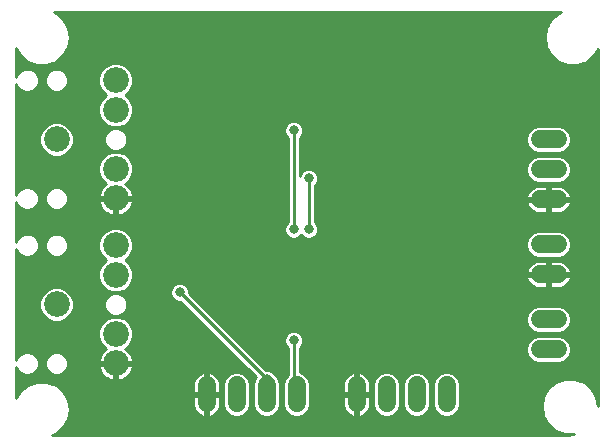
<source format=gbl>
G75*
G70*
%OFA0B0*%
%FSLAX24Y24*%
%IPPOS*%
%LPD*%
%AMOC8*
5,1,8,0,0,1.08239X$1,22.5*
%
%ADD10C,0.0600*%
%ADD11C,0.0860*%
%ADD12C,0.0320*%
%ADD13C,0.0100*%
D10*
X007699Y001811D02*
X007699Y002411D01*
X008699Y002411D02*
X008699Y001811D01*
X009699Y001811D02*
X009699Y002411D01*
X010699Y002411D02*
X010699Y001811D01*
X012699Y001811D02*
X012699Y002411D01*
X013699Y002411D02*
X013699Y001811D01*
X014699Y001811D02*
X014699Y002411D01*
X015699Y002411D02*
X015699Y001811D01*
X018799Y003611D02*
X019399Y003611D01*
X019399Y004611D02*
X018799Y004611D01*
X018799Y006111D02*
X019399Y006111D01*
X019399Y007111D02*
X018799Y007111D01*
X018799Y008611D02*
X019399Y008611D01*
X019399Y009611D02*
X018799Y009611D01*
X018799Y010611D02*
X019399Y010611D01*
D11*
X004668Y011595D03*
X004668Y012579D03*
X002699Y010611D03*
X004668Y009626D03*
X004668Y008642D03*
X004668Y007079D03*
X004668Y006095D03*
X002699Y005111D03*
X004668Y004126D03*
X004668Y003142D03*
D12*
X006999Y004111D03*
X006799Y005511D03*
X009399Y007111D03*
X010599Y007611D03*
X011099Y007611D03*
X012199Y006311D03*
X014799Y004811D03*
X010599Y003911D03*
X009699Y002611D03*
X007699Y009211D03*
X010599Y010911D03*
X011899Y010011D03*
X011099Y009311D03*
X009199Y012811D03*
D13*
X002666Y000802D02*
X002554Y000761D01*
X019731Y000761D01*
X019888Y000773D01*
X019942Y000791D01*
X019720Y000791D01*
X019637Y000791D01*
X019332Y000902D01*
X019332Y000902D01*
X019083Y001110D01*
X019083Y001110D01*
X018921Y001391D01*
X018921Y001391D01*
X018865Y001711D01*
X018921Y002030D01*
X018921Y002030D01*
X019083Y002311D01*
X019332Y002520D01*
X019332Y002520D01*
X019637Y002631D01*
X019961Y002631D01*
X020266Y002520D01*
X020266Y002520D01*
X020515Y002311D01*
X020515Y002311D01*
X020677Y002030D01*
X020677Y002030D01*
X020731Y001724D01*
X020734Y001764D01*
X020734Y013617D01*
X020615Y013410D01*
X020615Y013410D01*
X020615Y013410D01*
X020366Y013202D01*
X020366Y013202D01*
X020061Y013091D01*
X019737Y013091D01*
X019432Y013202D01*
X019432Y013202D01*
X019183Y013410D01*
X019183Y013410D01*
X019021Y013691D01*
X019021Y013691D01*
X018965Y014011D01*
X018965Y014011D01*
X019021Y014330D01*
X019021Y014330D01*
X019183Y014611D01*
X019183Y014611D01*
X019183Y014611D01*
X019432Y014820D01*
X019432Y014820D01*
X019503Y014846D01*
X002595Y014846D01*
X002666Y014820D01*
X002666Y014820D01*
X002915Y014611D01*
X002915Y014611D01*
X003077Y014330D01*
X003133Y014011D01*
X003077Y013691D01*
X002915Y013410D01*
X002915Y013410D01*
X002915Y013410D01*
X002666Y013202D01*
X002666Y013202D01*
X002361Y013091D01*
X002037Y013091D01*
X001732Y013202D01*
X001732Y013202D01*
X001483Y013410D01*
X001483Y013410D01*
X001349Y013643D01*
X001349Y012705D01*
X001387Y012798D01*
X001496Y012907D01*
X001638Y012965D01*
X001792Y012965D01*
X001934Y012907D01*
X002042Y012798D01*
X002101Y012656D01*
X002101Y012502D01*
X002042Y012360D01*
X001934Y012252D01*
X001792Y012193D01*
X001638Y012193D01*
X001496Y012252D01*
X001387Y012360D01*
X001349Y012453D01*
X001349Y008768D01*
X001387Y008861D01*
X001496Y008970D01*
X001638Y009028D01*
X001792Y009028D01*
X001934Y008970D01*
X002042Y008861D01*
X002101Y008719D01*
X002101Y008565D01*
X002042Y008423D01*
X001934Y008315D01*
X001792Y008256D01*
X001638Y008256D01*
X001496Y008315D01*
X001387Y008423D01*
X001349Y008516D01*
X001349Y007205D01*
X001387Y007298D01*
X001496Y007407D01*
X001638Y007465D01*
X001792Y007465D01*
X001934Y007407D01*
X002042Y007298D01*
X002101Y007156D01*
X002101Y007002D01*
X002042Y006860D01*
X001934Y006752D01*
X001792Y006693D01*
X001638Y006693D01*
X001496Y006752D01*
X001387Y006860D01*
X001349Y006953D01*
X001349Y003268D01*
X001387Y003361D01*
X001496Y003470D01*
X001638Y003528D01*
X001792Y003528D01*
X001934Y003470D01*
X002042Y003361D01*
X002101Y003219D01*
X002101Y003065D01*
X002042Y002923D01*
X001934Y002815D01*
X001792Y002756D01*
X001638Y002756D01*
X001496Y002815D01*
X001387Y002923D01*
X001349Y003016D01*
X001349Y001978D01*
X001483Y002211D01*
X001483Y002211D01*
X001483Y002211D01*
X001732Y002420D01*
X001732Y002420D01*
X002037Y002531D01*
X002361Y002531D01*
X002666Y002420D01*
X002666Y002420D01*
X002915Y002211D01*
X002915Y002211D01*
X003077Y001930D01*
X003077Y001930D01*
X003133Y001611D01*
X003133Y001611D01*
X003077Y001291D01*
X003077Y001291D01*
X002915Y001010D01*
X002915Y001010D01*
X002915Y001010D01*
X002666Y000802D01*
X002666Y000802D01*
X002673Y000808D02*
X019590Y000808D01*
X019327Y000906D02*
X002791Y000906D01*
X002908Y001005D02*
X019209Y001005D01*
X019092Y001103D02*
X002968Y001103D01*
X003025Y001202D02*
X019031Y001202D01*
X018974Y001300D02*
X003078Y001300D01*
X003096Y001399D02*
X007516Y001399D01*
X007526Y001394D02*
X007594Y001372D01*
X007649Y001363D01*
X007649Y002061D01*
X007249Y002061D01*
X007249Y001775D01*
X007260Y001705D01*
X007282Y001638D01*
X007314Y001575D01*
X007356Y001517D01*
X007406Y001467D01*
X007463Y001426D01*
X007526Y001394D01*
X007649Y001399D02*
X007749Y001399D01*
X007749Y001363D02*
X007804Y001372D01*
X007872Y001394D01*
X007935Y001426D01*
X007992Y001467D01*
X008042Y001517D01*
X008084Y001575D01*
X008116Y001638D01*
X008138Y001705D01*
X008149Y001775D01*
X008149Y002061D01*
X007749Y002061D01*
X007749Y002161D01*
X007649Y002161D01*
X007649Y002858D01*
X007594Y002850D01*
X007526Y002828D01*
X007463Y002795D01*
X007406Y002754D01*
X007356Y002704D01*
X007314Y002646D01*
X007282Y002583D01*
X007260Y002516D01*
X007249Y002446D01*
X007249Y002161D01*
X007649Y002161D01*
X007649Y002061D01*
X007749Y002061D01*
X007749Y001363D01*
X007749Y001497D02*
X007649Y001497D01*
X007649Y001596D02*
X007749Y001596D01*
X007749Y001694D02*
X007649Y001694D01*
X007649Y001793D02*
X007749Y001793D01*
X007749Y001891D02*
X007649Y001891D01*
X007649Y001990D02*
X007749Y001990D01*
X007749Y002088D02*
X008249Y002088D01*
X008249Y001990D02*
X008149Y001990D01*
X008149Y001891D02*
X008249Y001891D01*
X008249Y001793D02*
X008149Y001793D01*
X008134Y001694D02*
X008260Y001694D01*
X008249Y001721D02*
X008318Y001556D01*
X008444Y001429D01*
X008610Y001361D01*
X008789Y001361D01*
X008954Y001429D01*
X009081Y001556D01*
X009149Y001721D01*
X009149Y002500D01*
X009081Y002665D01*
X008954Y002792D01*
X008789Y002861D01*
X008610Y002861D01*
X008444Y002792D01*
X008318Y002665D01*
X008249Y002500D01*
X008249Y001721D01*
X008301Y001596D02*
X008095Y001596D01*
X008022Y001497D02*
X008376Y001497D01*
X008518Y001399D02*
X007882Y001399D01*
X007376Y001497D02*
X003113Y001497D01*
X003131Y001596D02*
X007304Y001596D01*
X007264Y001694D02*
X003119Y001694D01*
X003101Y001793D02*
X007249Y001793D01*
X007249Y001891D02*
X003084Y001891D01*
X003043Y001990D02*
X007249Y001990D01*
X007249Y002187D02*
X002929Y002187D01*
X002986Y002088D02*
X007649Y002088D01*
X007649Y002187D02*
X007749Y002187D01*
X007749Y002161D02*
X007749Y002858D01*
X007804Y002850D01*
X007872Y002828D01*
X007935Y002795D01*
X007992Y002754D01*
X008042Y002704D01*
X008084Y002646D01*
X008116Y002583D01*
X008138Y002516D01*
X008149Y002446D01*
X008149Y002161D01*
X007749Y002161D01*
X007749Y002285D02*
X007649Y002285D01*
X007649Y002384D02*
X007749Y002384D01*
X007749Y002482D02*
X007649Y002482D01*
X007649Y002581D02*
X007749Y002581D01*
X007749Y002679D02*
X007649Y002679D01*
X007649Y002778D02*
X007749Y002778D01*
X007959Y002778D02*
X008430Y002778D01*
X008331Y002679D02*
X008060Y002679D01*
X008117Y002581D02*
X008282Y002581D01*
X008249Y002482D02*
X008143Y002482D01*
X008149Y002384D02*
X008249Y002384D01*
X008249Y002285D02*
X008149Y002285D01*
X008149Y002187D02*
X008249Y002187D01*
X009149Y002187D02*
X009249Y002187D01*
X009249Y002285D02*
X009149Y002285D01*
X009149Y002384D02*
X009249Y002384D01*
X009249Y002482D02*
X009149Y002482D01*
X009249Y002500D02*
X009318Y002665D01*
X009339Y002687D01*
X006826Y005201D01*
X006737Y005201D01*
X006623Y005248D01*
X006536Y005335D01*
X006489Y005449D01*
X006489Y005572D01*
X006536Y005686D01*
X006623Y005773D01*
X006737Y005821D01*
X006861Y005821D01*
X006975Y005773D01*
X007062Y005686D01*
X007109Y005572D01*
X007109Y005483D01*
X009672Y002921D01*
X009761Y002921D01*
X009875Y002873D01*
X009962Y002786D01*
X009963Y002783D01*
X010081Y002665D01*
X010149Y002500D01*
X010149Y001721D01*
X010081Y001556D01*
X009954Y001429D01*
X009789Y001361D01*
X009610Y001361D01*
X009444Y001429D01*
X009318Y001556D01*
X009249Y001721D01*
X009249Y002500D01*
X009282Y002581D02*
X009116Y002581D01*
X009067Y002679D02*
X009331Y002679D01*
X009249Y002778D02*
X008968Y002778D01*
X009151Y002876D02*
X005183Y002876D01*
X005164Y002838D02*
X005205Y002919D01*
X005233Y003006D01*
X005247Y003092D01*
X004718Y003092D01*
X004718Y003192D01*
X005247Y003192D01*
X005233Y003278D01*
X005205Y003365D01*
X005164Y003446D01*
X005110Y003520D01*
X005045Y003584D01*
X004984Y003629D01*
X004996Y003635D01*
X005159Y003798D01*
X005248Y004011D01*
X005248Y004242D01*
X005159Y004455D01*
X004996Y004618D01*
X004783Y004706D01*
X004552Y004706D01*
X004339Y004618D01*
X004176Y004455D01*
X004088Y004242D01*
X004088Y004011D01*
X004176Y003798D01*
X004339Y003635D01*
X004352Y003629D01*
X004290Y003584D01*
X004225Y003520D01*
X004171Y003446D01*
X004130Y003365D01*
X004102Y003278D01*
X004088Y003192D01*
X004618Y003192D01*
X004618Y003092D01*
X004718Y003092D01*
X004718Y002563D01*
X004803Y002576D01*
X004890Y002605D01*
X004972Y002646D01*
X005045Y002700D01*
X005110Y002764D01*
X005164Y002838D01*
X005120Y002778D02*
X007439Y002778D01*
X007338Y002679D02*
X005017Y002679D01*
X004816Y002581D02*
X007281Y002581D01*
X007255Y002482D02*
X002495Y002482D01*
X002709Y002384D02*
X007249Y002384D01*
X007249Y002285D02*
X002826Y002285D01*
X002776Y002756D02*
X002622Y002756D01*
X002480Y002815D01*
X002372Y002923D01*
X002313Y003065D01*
X002313Y003219D01*
X002372Y003361D01*
X002480Y003470D01*
X002622Y003528D01*
X002776Y003528D01*
X002918Y003470D01*
X003026Y003361D01*
X003085Y003219D01*
X003085Y003065D01*
X003026Y002923D01*
X002918Y002815D01*
X002776Y002756D01*
X002828Y002778D02*
X004215Y002778D01*
X004225Y002764D02*
X004290Y002700D01*
X004364Y002646D01*
X004445Y002605D01*
X004532Y002576D01*
X004618Y002563D01*
X004618Y003092D01*
X004088Y003092D01*
X004102Y003006D01*
X004130Y002919D01*
X004171Y002838D01*
X004225Y002764D01*
X004318Y002679D02*
X001349Y002679D01*
X001349Y002581D02*
X004519Y002581D01*
X004618Y002581D02*
X004718Y002581D01*
X004718Y002679D02*
X004618Y002679D01*
X004618Y002778D02*
X004718Y002778D01*
X004718Y002876D02*
X004618Y002876D01*
X004618Y002975D02*
X004718Y002975D01*
X004718Y003073D02*
X004618Y003073D01*
X004618Y003172D02*
X003085Y003172D01*
X003085Y003073D02*
X004091Y003073D01*
X004112Y002975D02*
X003048Y002975D01*
X002979Y002876D02*
X004152Y002876D01*
X004101Y003270D02*
X003064Y003270D01*
X003019Y003369D02*
X004132Y003369D01*
X004187Y003467D02*
X002920Y003467D01*
X002478Y003467D02*
X001936Y003467D01*
X002034Y003369D02*
X002379Y003369D01*
X002334Y003270D02*
X002080Y003270D01*
X002101Y003172D02*
X002313Y003172D01*
X002313Y003073D02*
X002101Y003073D01*
X002063Y002975D02*
X002350Y002975D01*
X002419Y002876D02*
X001995Y002876D01*
X001844Y002778D02*
X002570Y002778D01*
X001904Y002482D02*
X001349Y002482D01*
X001349Y002384D02*
X001689Y002384D01*
X001572Y002285D02*
X001349Y002285D01*
X001349Y002187D02*
X001469Y002187D01*
X001412Y002088D02*
X001349Y002088D01*
X001349Y001990D02*
X001356Y001990D01*
X001349Y002778D02*
X001586Y002778D01*
X001435Y002876D02*
X001349Y002876D01*
X001349Y002975D02*
X001366Y002975D01*
X001349Y003270D02*
X001350Y003270D01*
X001349Y003369D02*
X001395Y003369D01*
X001349Y003467D02*
X001494Y003467D01*
X001349Y003566D02*
X004271Y003566D01*
X004310Y003664D02*
X001349Y003664D01*
X001349Y003763D02*
X004211Y003763D01*
X004150Y003861D02*
X001349Y003861D01*
X001349Y003960D02*
X004109Y003960D01*
X004088Y004058D02*
X001349Y004058D01*
X001349Y004157D02*
X004088Y004157D01*
X004093Y004255D02*
X001349Y004255D01*
X001349Y004354D02*
X004134Y004354D01*
X004175Y004452D02*
X001349Y004452D01*
X001349Y004551D02*
X002535Y004551D01*
X002584Y004531D02*
X002371Y004619D01*
X002207Y004782D01*
X002119Y004995D01*
X002119Y005226D01*
X002207Y005439D01*
X002371Y005602D01*
X002584Y005691D01*
X002814Y005691D01*
X003028Y005602D01*
X003191Y005439D01*
X003279Y005226D01*
X003279Y004995D01*
X003191Y004782D01*
X003028Y004619D01*
X002814Y004531D01*
X002584Y004531D01*
X002863Y004551D02*
X004272Y004551D01*
X004414Y004649D02*
X003058Y004649D01*
X003156Y004748D02*
X004535Y004748D01*
X004591Y004724D02*
X004744Y004724D01*
X004886Y004783D01*
X004995Y004892D01*
X005054Y005034D01*
X005054Y005187D01*
X004995Y005329D01*
X004886Y005438D01*
X004744Y005497D01*
X004591Y005497D01*
X004449Y005438D01*
X004340Y005329D01*
X004281Y005187D01*
X004281Y005034D01*
X004340Y004892D01*
X004449Y004783D01*
X004591Y004724D01*
X004800Y004748D02*
X007279Y004748D01*
X007181Y004846D02*
X004949Y004846D01*
X005017Y004945D02*
X007082Y004945D01*
X006984Y005043D02*
X005054Y005043D01*
X005054Y005142D02*
X006885Y005142D01*
X006642Y005240D02*
X005032Y005240D01*
X004986Y005339D02*
X006535Y005339D01*
X006494Y005437D02*
X004887Y005437D01*
X004833Y005536D02*
X006489Y005536D01*
X006515Y005634D02*
X005027Y005634D01*
X004996Y005603D02*
X005159Y005766D01*
X005248Y005979D01*
X005248Y006210D01*
X005159Y006423D01*
X004996Y006587D01*
X005159Y006751D01*
X005248Y006964D01*
X005248Y007194D01*
X005159Y007408D01*
X004996Y007571D01*
X004783Y007659D01*
X004552Y007659D01*
X004339Y007571D01*
X004176Y007408D01*
X004088Y007194D01*
X004088Y006964D01*
X004176Y006751D01*
X004339Y006587D01*
X004340Y006587D01*
X004339Y006587D01*
X004176Y006423D01*
X004088Y006210D01*
X004088Y005979D01*
X004176Y005766D01*
X004339Y005603D01*
X004552Y005515D01*
X004783Y005515D01*
X004996Y005603D01*
X005126Y005733D02*
X006583Y005733D01*
X006799Y005511D02*
X009699Y002611D01*
X009868Y002876D02*
X010399Y002876D01*
X010399Y002778D02*
X009968Y002778D01*
X010067Y002679D02*
X010331Y002679D01*
X010318Y002665D02*
X010249Y002500D01*
X010249Y001721D01*
X010318Y001556D01*
X010444Y001429D01*
X010610Y001361D01*
X010789Y001361D01*
X010954Y001429D01*
X011081Y001556D01*
X011149Y001721D01*
X011149Y002500D01*
X011081Y002665D01*
X010954Y002792D01*
X010799Y002856D01*
X010799Y003672D01*
X010862Y003735D01*
X010909Y003849D01*
X010909Y003972D01*
X010862Y004086D01*
X010775Y004173D01*
X010661Y004221D01*
X010537Y004221D01*
X010423Y004173D01*
X010336Y004086D01*
X010289Y003972D01*
X010289Y003849D01*
X010336Y003735D01*
X010399Y003672D01*
X010399Y002747D01*
X010318Y002665D01*
X010282Y002581D02*
X010116Y002581D01*
X010149Y002482D02*
X010249Y002482D01*
X010249Y002384D02*
X010149Y002384D01*
X010149Y002285D02*
X010249Y002285D01*
X010249Y002187D02*
X010149Y002187D01*
X010149Y002088D02*
X010249Y002088D01*
X010249Y001990D02*
X010149Y001990D01*
X010149Y001891D02*
X010249Y001891D01*
X010249Y001793D02*
X010149Y001793D01*
X010138Y001694D02*
X010260Y001694D01*
X010301Y001596D02*
X010097Y001596D01*
X010022Y001497D02*
X010376Y001497D01*
X010518Y001399D02*
X009880Y001399D01*
X009518Y001399D02*
X008880Y001399D01*
X009022Y001497D02*
X009376Y001497D01*
X009301Y001596D02*
X009097Y001596D01*
X009138Y001694D02*
X009260Y001694D01*
X009249Y001793D02*
X009149Y001793D01*
X009149Y001891D02*
X009249Y001891D01*
X009249Y001990D02*
X009149Y001990D01*
X009149Y002088D02*
X009249Y002088D01*
X009052Y002975D02*
X005223Y002975D01*
X005244Y003073D02*
X008954Y003073D01*
X008855Y003172D02*
X004718Y003172D01*
X005148Y003467D02*
X008560Y003467D01*
X008658Y003369D02*
X005203Y003369D01*
X005235Y003270D02*
X008757Y003270D01*
X009125Y003467D02*
X010399Y003467D01*
X010399Y003369D02*
X009224Y003369D01*
X009322Y003270D02*
X010399Y003270D01*
X010399Y003172D02*
X009421Y003172D01*
X009519Y003073D02*
X010399Y003073D01*
X010399Y002975D02*
X009618Y002975D01*
X009027Y003566D02*
X010399Y003566D01*
X010399Y003664D02*
X008928Y003664D01*
X008830Y003763D02*
X010325Y003763D01*
X010289Y003861D02*
X008731Y003861D01*
X008633Y003960D02*
X010289Y003960D01*
X010325Y004058D02*
X008534Y004058D01*
X008436Y004157D02*
X010407Y004157D01*
X010599Y003911D02*
X010599Y002211D01*
X010699Y002111D01*
X011149Y002088D02*
X012649Y002088D01*
X012649Y002061D02*
X012249Y002061D01*
X012249Y001775D01*
X012260Y001705D01*
X012282Y001638D01*
X012314Y001575D01*
X012356Y001517D01*
X012406Y001467D01*
X012463Y001426D01*
X012526Y001394D01*
X012594Y001372D01*
X012649Y001363D01*
X012649Y002061D01*
X012649Y002161D01*
X012649Y002858D01*
X012594Y002850D01*
X012526Y002828D01*
X012463Y002795D01*
X012406Y002754D01*
X012356Y002704D01*
X012314Y002646D01*
X012282Y002583D01*
X012260Y002516D01*
X012249Y002446D01*
X012249Y002161D01*
X012649Y002161D01*
X012749Y002161D01*
X012749Y002858D01*
X012804Y002850D01*
X012872Y002828D01*
X012935Y002795D01*
X012992Y002754D01*
X013042Y002704D01*
X013084Y002646D01*
X013116Y002583D01*
X013138Y002516D01*
X013149Y002446D01*
X013149Y002161D01*
X012749Y002161D01*
X012749Y002061D01*
X013149Y002061D01*
X013149Y001775D01*
X013138Y001705D01*
X013116Y001638D01*
X013084Y001575D01*
X013042Y001517D01*
X012992Y001467D01*
X012935Y001426D01*
X012872Y001394D01*
X012804Y001372D01*
X012749Y001363D01*
X012749Y002061D01*
X012649Y002061D01*
X012649Y001990D02*
X012749Y001990D01*
X012749Y002088D02*
X013249Y002088D01*
X013249Y001990D02*
X013149Y001990D01*
X013149Y001891D02*
X013249Y001891D01*
X013249Y001793D02*
X013149Y001793D01*
X013134Y001694D02*
X013260Y001694D01*
X013249Y001721D02*
X013318Y001556D01*
X013444Y001429D01*
X013610Y001361D01*
X013789Y001361D01*
X013954Y001429D01*
X014081Y001556D01*
X014149Y001721D01*
X014149Y002500D01*
X014081Y002665D01*
X013954Y002792D01*
X013789Y002861D01*
X013610Y002861D01*
X013444Y002792D01*
X013318Y002665D01*
X013249Y002500D01*
X013249Y001721D01*
X013301Y001596D02*
X013095Y001596D01*
X013022Y001497D02*
X013376Y001497D01*
X013518Y001399D02*
X012882Y001399D01*
X012749Y001399D02*
X012649Y001399D01*
X012649Y001497D02*
X012749Y001497D01*
X012749Y001596D02*
X012649Y001596D01*
X012649Y001694D02*
X012749Y001694D01*
X012749Y001793D02*
X012649Y001793D01*
X012649Y001891D02*
X012749Y001891D01*
X012749Y002187D02*
X012649Y002187D01*
X012649Y002285D02*
X012749Y002285D01*
X012749Y002384D02*
X012649Y002384D01*
X012649Y002482D02*
X012749Y002482D01*
X012749Y002581D02*
X012649Y002581D01*
X012649Y002679D02*
X012749Y002679D01*
X012749Y002778D02*
X012649Y002778D01*
X012439Y002778D02*
X010968Y002778D01*
X011067Y002679D02*
X012338Y002679D01*
X012281Y002581D02*
X011116Y002581D01*
X011149Y002482D02*
X012255Y002482D01*
X012249Y002384D02*
X011149Y002384D01*
X011149Y002285D02*
X012249Y002285D01*
X012249Y002187D02*
X011149Y002187D01*
X011149Y001990D02*
X012249Y001990D01*
X012249Y001891D02*
X011149Y001891D01*
X011149Y001793D02*
X012249Y001793D01*
X012264Y001694D02*
X011138Y001694D01*
X011097Y001596D02*
X012304Y001596D01*
X012376Y001497D02*
X011022Y001497D01*
X010880Y001399D02*
X012516Y001399D01*
X013149Y002187D02*
X013249Y002187D01*
X013249Y002285D02*
X013149Y002285D01*
X013149Y002384D02*
X013249Y002384D01*
X013249Y002482D02*
X013143Y002482D01*
X013117Y002581D02*
X013282Y002581D01*
X013331Y002679D02*
X013060Y002679D01*
X012959Y002778D02*
X013430Y002778D01*
X013968Y002778D02*
X014430Y002778D01*
X014444Y002792D02*
X014318Y002665D01*
X014249Y002500D01*
X014249Y001721D01*
X014318Y001556D01*
X014444Y001429D01*
X014610Y001361D01*
X014789Y001361D01*
X014954Y001429D01*
X015081Y001556D01*
X015149Y001721D01*
X015149Y002500D01*
X015081Y002665D01*
X014954Y002792D01*
X014789Y002861D01*
X014610Y002861D01*
X014444Y002792D01*
X014331Y002679D02*
X014067Y002679D01*
X014116Y002581D02*
X014282Y002581D01*
X014249Y002482D02*
X014149Y002482D01*
X014149Y002384D02*
X014249Y002384D01*
X014249Y002285D02*
X014149Y002285D01*
X014149Y002187D02*
X014249Y002187D01*
X014249Y002088D02*
X014149Y002088D01*
X014149Y001990D02*
X014249Y001990D01*
X014249Y001891D02*
X014149Y001891D01*
X014149Y001793D02*
X014249Y001793D01*
X014260Y001694D02*
X014138Y001694D01*
X014097Y001596D02*
X014301Y001596D01*
X014376Y001497D02*
X014022Y001497D01*
X013880Y001399D02*
X014518Y001399D01*
X014880Y001399D02*
X015518Y001399D01*
X015444Y001429D02*
X015610Y001361D01*
X015789Y001361D01*
X015954Y001429D01*
X016081Y001556D01*
X016149Y001721D01*
X016149Y002500D01*
X016081Y002665D01*
X015954Y002792D01*
X015789Y002861D01*
X015610Y002861D01*
X015444Y002792D01*
X015318Y002665D01*
X015249Y002500D01*
X015249Y001721D01*
X015318Y001556D01*
X015444Y001429D01*
X015376Y001497D02*
X015022Y001497D01*
X015097Y001596D02*
X015301Y001596D01*
X015260Y001694D02*
X015138Y001694D01*
X015149Y001793D02*
X015249Y001793D01*
X015249Y001891D02*
X015149Y001891D01*
X015149Y001990D02*
X015249Y001990D01*
X015249Y002088D02*
X015149Y002088D01*
X015149Y002187D02*
X015249Y002187D01*
X015249Y002285D02*
X015149Y002285D01*
X015149Y002384D02*
X015249Y002384D01*
X015249Y002482D02*
X015149Y002482D01*
X015116Y002581D02*
X015282Y002581D01*
X015331Y002679D02*
X015067Y002679D01*
X014968Y002778D02*
X015430Y002778D01*
X015968Y002778D02*
X020734Y002778D01*
X020734Y002876D02*
X010799Y002876D01*
X010799Y002975D02*
X020734Y002975D01*
X020734Y003073D02*
X010799Y003073D01*
X010799Y003172D02*
X018683Y003172D01*
X018710Y003161D02*
X018544Y003229D01*
X018418Y003356D01*
X018349Y003521D01*
X018349Y003700D01*
X018418Y003865D01*
X018544Y003992D01*
X018710Y004061D01*
X019489Y004061D01*
X019654Y003992D01*
X019781Y003865D01*
X019849Y003700D01*
X019849Y003521D01*
X019781Y003356D01*
X019654Y003229D01*
X019489Y003161D01*
X018710Y003161D01*
X018503Y003270D02*
X010799Y003270D01*
X010799Y003369D02*
X018412Y003369D01*
X018371Y003467D02*
X010799Y003467D01*
X010799Y003566D02*
X018349Y003566D01*
X018349Y003664D02*
X010799Y003664D01*
X010873Y003763D02*
X018375Y003763D01*
X018416Y003861D02*
X010909Y003861D01*
X010909Y003960D02*
X018512Y003960D01*
X018704Y004058D02*
X010873Y004058D01*
X010791Y004157D02*
X020734Y004157D01*
X020734Y004255D02*
X019680Y004255D01*
X019654Y004229D02*
X019781Y004356D01*
X019849Y004521D01*
X019849Y004700D01*
X019781Y004865D01*
X019654Y004992D01*
X019489Y005061D01*
X018710Y005061D01*
X018544Y004992D01*
X018418Y004865D01*
X018349Y004700D01*
X018349Y004521D01*
X018418Y004356D01*
X018544Y004229D01*
X018710Y004161D01*
X019489Y004161D01*
X019654Y004229D01*
X019778Y004354D02*
X020734Y004354D01*
X020734Y004452D02*
X019820Y004452D01*
X019849Y004551D02*
X020734Y004551D01*
X020734Y004649D02*
X019849Y004649D01*
X019829Y004748D02*
X020734Y004748D01*
X020734Y004846D02*
X019789Y004846D01*
X019701Y004945D02*
X020734Y004945D01*
X020734Y005043D02*
X019531Y005043D01*
X019434Y005661D02*
X019149Y005661D01*
X019149Y006061D01*
X019149Y006161D01*
X019049Y006161D01*
X019049Y006561D01*
X018764Y006561D01*
X018694Y006550D01*
X018626Y006528D01*
X018563Y006495D01*
X018506Y006454D01*
X018456Y006404D01*
X018414Y006346D01*
X018382Y006283D01*
X018360Y006216D01*
X018351Y006161D01*
X019049Y006161D01*
X019049Y006061D01*
X018351Y006061D01*
X018360Y006005D01*
X018382Y005938D01*
X018414Y005875D01*
X018456Y005817D01*
X018506Y005767D01*
X018563Y005726D01*
X018626Y005694D01*
X018694Y005672D01*
X018764Y005661D01*
X019049Y005661D01*
X019049Y006061D01*
X019149Y006061D01*
X019847Y006061D01*
X019838Y006005D01*
X019816Y005938D01*
X019784Y005875D01*
X019742Y005817D01*
X019692Y005767D01*
X019635Y005726D01*
X019572Y005694D01*
X019504Y005672D01*
X019434Y005661D01*
X019644Y005733D02*
X020734Y005733D01*
X020734Y005831D02*
X019752Y005831D01*
X019812Y005930D02*
X020734Y005930D01*
X020734Y006028D02*
X019842Y006028D01*
X019847Y006161D02*
X019838Y006216D01*
X019816Y006283D01*
X019784Y006346D01*
X019742Y006404D01*
X019692Y006454D01*
X019635Y006495D01*
X019572Y006528D01*
X019504Y006550D01*
X019434Y006561D01*
X019149Y006561D01*
X019149Y006161D01*
X019847Y006161D01*
X019835Y006225D02*
X020734Y006225D01*
X020734Y006127D02*
X019149Y006127D01*
X019149Y006225D02*
X019049Y006225D01*
X019049Y006127D02*
X005248Y006127D01*
X005241Y006225D02*
X018363Y006225D01*
X018403Y006324D02*
X005201Y006324D01*
X005160Y006422D02*
X018474Y006422D01*
X018613Y006521D02*
X005062Y006521D01*
X004996Y006587D02*
X004995Y006587D01*
X004996Y006587D01*
X005028Y006619D02*
X020734Y006619D01*
X020734Y006521D02*
X019586Y006521D01*
X019724Y006422D02*
X020734Y006422D01*
X020734Y006324D02*
X019796Y006324D01*
X019654Y006729D02*
X019489Y006661D01*
X018710Y006661D01*
X018544Y006729D01*
X018418Y006856D01*
X018349Y007021D01*
X018349Y007200D01*
X018418Y007365D01*
X018544Y007492D01*
X018710Y007561D01*
X019489Y007561D01*
X019654Y007492D01*
X019781Y007365D01*
X019849Y007200D01*
X019849Y007021D01*
X019781Y006856D01*
X019654Y006729D01*
X019626Y006718D02*
X020734Y006718D01*
X020734Y006816D02*
X019741Y006816D01*
X019805Y006915D02*
X020734Y006915D01*
X020734Y007013D02*
X019846Y007013D01*
X019849Y007112D02*
X020734Y007112D01*
X020734Y007210D02*
X019845Y007210D01*
X019804Y007309D02*
X020734Y007309D01*
X020734Y007407D02*
X019739Y007407D01*
X019621Y007506D02*
X020734Y007506D01*
X020734Y007604D02*
X011409Y007604D01*
X011409Y007549D02*
X011409Y007672D01*
X011362Y007786D01*
X011299Y007849D01*
X011299Y009072D01*
X011362Y009135D01*
X011409Y009249D01*
X011409Y009372D01*
X011362Y009486D01*
X011275Y009573D01*
X011161Y009621D01*
X011037Y009621D01*
X010923Y009573D01*
X010836Y009486D01*
X010799Y009396D01*
X010799Y010672D01*
X010862Y010735D01*
X010909Y010849D01*
X010909Y010972D01*
X010862Y011086D01*
X010775Y011173D01*
X010661Y011221D01*
X010537Y011221D01*
X010423Y011173D01*
X010336Y011086D01*
X010289Y010972D01*
X010289Y010849D01*
X010336Y010735D01*
X010399Y010672D01*
X010399Y007849D01*
X010336Y007786D01*
X010289Y007672D01*
X010289Y007549D01*
X010336Y007435D01*
X010423Y007348D01*
X010537Y007301D01*
X010661Y007301D01*
X010775Y007348D01*
X010849Y007422D01*
X010923Y007348D01*
X011037Y007301D01*
X011161Y007301D01*
X011275Y007348D01*
X011362Y007435D01*
X011409Y007549D01*
X011391Y007506D02*
X018577Y007506D01*
X018459Y007407D02*
X011334Y007407D01*
X011180Y007309D02*
X018394Y007309D01*
X018353Y007210D02*
X005241Y007210D01*
X005248Y007112D02*
X018349Y007112D01*
X018352Y007013D02*
X005248Y007013D01*
X005227Y006915D02*
X018393Y006915D01*
X018457Y006816D02*
X005186Y006816D01*
X005126Y006718D02*
X018572Y006718D01*
X019049Y006521D02*
X019149Y006521D01*
X019149Y006422D02*
X019049Y006422D01*
X019049Y006324D02*
X019149Y006324D01*
X019149Y006028D02*
X019049Y006028D01*
X019049Y005930D02*
X019149Y005930D01*
X019149Y005831D02*
X019049Y005831D01*
X019049Y005733D02*
X019149Y005733D01*
X018554Y005733D02*
X007015Y005733D01*
X007083Y005634D02*
X020734Y005634D01*
X020734Y005536D02*
X007109Y005536D01*
X007155Y005437D02*
X020734Y005437D01*
X020734Y005339D02*
X007254Y005339D01*
X007352Y005240D02*
X020734Y005240D01*
X020734Y005142D02*
X007451Y005142D01*
X007549Y005043D02*
X018667Y005043D01*
X018497Y004945D02*
X007648Y004945D01*
X007746Y004846D02*
X018410Y004846D01*
X018369Y004748D02*
X007845Y004748D01*
X007943Y004649D02*
X018349Y004649D01*
X018349Y004551D02*
X008042Y004551D01*
X008140Y004452D02*
X018378Y004452D01*
X018420Y004354D02*
X008239Y004354D01*
X008337Y004255D02*
X018518Y004255D01*
X019495Y004058D02*
X020734Y004058D01*
X020734Y003960D02*
X019686Y003960D01*
X019782Y003861D02*
X020734Y003861D01*
X020734Y003763D02*
X019823Y003763D01*
X019849Y003664D02*
X020734Y003664D01*
X020734Y003566D02*
X019849Y003566D01*
X019827Y003467D02*
X020734Y003467D01*
X020734Y003369D02*
X019786Y003369D01*
X019695Y003270D02*
X020734Y003270D01*
X020734Y003172D02*
X019515Y003172D01*
X019499Y002581D02*
X016116Y002581D01*
X016149Y002482D02*
X019287Y002482D01*
X019170Y002384D02*
X016149Y002384D01*
X016149Y002285D02*
X019068Y002285D01*
X019012Y002187D02*
X016149Y002187D01*
X016149Y002088D02*
X018955Y002088D01*
X018914Y001990D02*
X016149Y001990D01*
X016149Y001891D02*
X018897Y001891D01*
X018879Y001793D02*
X016149Y001793D01*
X016138Y001694D02*
X018868Y001694D01*
X018885Y001596D02*
X016097Y001596D01*
X016022Y001497D02*
X018903Y001497D01*
X018920Y001399D02*
X015880Y001399D01*
X016067Y002679D02*
X020734Y002679D01*
X020734Y002581D02*
X020099Y002581D01*
X020311Y002482D02*
X020734Y002482D01*
X020734Y002384D02*
X020428Y002384D01*
X020530Y002285D02*
X020734Y002285D01*
X020734Y002187D02*
X020587Y002187D01*
X020643Y002088D02*
X020734Y002088D01*
X020734Y001990D02*
X020684Y001990D01*
X020701Y001891D02*
X020734Y001891D01*
X020734Y001793D02*
X020719Y001793D01*
X018446Y005831D02*
X005186Y005831D01*
X005227Y005930D02*
X018386Y005930D01*
X018357Y006028D02*
X005248Y006028D01*
X004502Y005536D02*
X003094Y005536D01*
X003192Y005437D02*
X004448Y005437D01*
X004349Y005339D02*
X003232Y005339D01*
X003273Y005240D02*
X004303Y005240D01*
X004281Y005142D02*
X003279Y005142D01*
X003279Y005043D02*
X004281Y005043D01*
X004318Y004945D02*
X003258Y004945D01*
X003217Y004846D02*
X004386Y004846D01*
X004921Y004649D02*
X007378Y004649D01*
X007476Y004551D02*
X005064Y004551D01*
X005160Y004452D02*
X007575Y004452D01*
X007673Y004354D02*
X005201Y004354D01*
X005242Y004255D02*
X007772Y004255D01*
X007870Y004157D02*
X005248Y004157D01*
X005248Y004058D02*
X007969Y004058D01*
X008067Y003960D02*
X005226Y003960D01*
X005185Y003861D02*
X008166Y003861D01*
X008264Y003763D02*
X005124Y003763D01*
X005026Y003664D02*
X008363Y003664D01*
X008461Y003566D02*
X005064Y003566D01*
X006599Y004111D02*
X006999Y004111D01*
X004308Y005634D02*
X002951Y005634D01*
X002447Y005634D02*
X001349Y005634D01*
X001349Y005536D02*
X002304Y005536D01*
X002207Y005437D02*
X001349Y005437D01*
X001349Y005339D02*
X002166Y005339D01*
X002125Y005240D02*
X001349Y005240D01*
X001349Y005142D02*
X002119Y005142D01*
X002119Y005043D02*
X001349Y005043D01*
X001349Y004945D02*
X002140Y004945D01*
X002181Y004846D02*
X001349Y004846D01*
X001349Y004748D02*
X002242Y004748D01*
X002340Y004649D02*
X001349Y004649D01*
X001349Y005733D02*
X004210Y005733D01*
X004149Y005831D02*
X001349Y005831D01*
X001349Y005930D02*
X004108Y005930D01*
X004088Y006028D02*
X001349Y006028D01*
X001349Y006127D02*
X004088Y006127D01*
X004094Y006225D02*
X001349Y006225D01*
X001349Y006324D02*
X004135Y006324D01*
X004175Y006422D02*
X001349Y006422D01*
X001349Y006521D02*
X004273Y006521D01*
X004307Y006619D02*
X001349Y006619D01*
X001349Y006718D02*
X001578Y006718D01*
X001432Y006816D02*
X001349Y006816D01*
X001349Y006915D02*
X001365Y006915D01*
X001349Y007210D02*
X001351Y007210D01*
X001349Y007309D02*
X001398Y007309D01*
X001349Y007407D02*
X001497Y007407D01*
X001349Y007506D02*
X004274Y007506D01*
X004176Y007407D02*
X002916Y007407D01*
X002918Y007407D02*
X002776Y007465D01*
X002622Y007465D01*
X002480Y007407D01*
X002372Y007298D01*
X002313Y007156D01*
X002313Y007002D01*
X002372Y006860D01*
X002480Y006752D01*
X002622Y006693D01*
X002776Y006693D01*
X002918Y006752D01*
X003026Y006860D01*
X003085Y007002D01*
X003085Y007156D01*
X003026Y007298D01*
X002918Y007407D01*
X003016Y007309D02*
X004135Y007309D01*
X004094Y007210D02*
X003063Y007210D01*
X003085Y007112D02*
X004088Y007112D01*
X004088Y007013D02*
X003085Y007013D01*
X003049Y006915D02*
X004108Y006915D01*
X004149Y006816D02*
X002982Y006816D01*
X002836Y006718D02*
X004209Y006718D01*
X004419Y007604D02*
X001349Y007604D01*
X001349Y007703D02*
X010302Y007703D01*
X010289Y007604D02*
X004916Y007604D01*
X005061Y007506D02*
X010307Y007506D01*
X010364Y007407D02*
X005159Y007407D01*
X005200Y007309D02*
X010518Y007309D01*
X010680Y007309D02*
X011018Y007309D01*
X010864Y007407D02*
X010834Y007407D01*
X010599Y007611D02*
X010599Y010911D01*
X010322Y011052D02*
X004872Y011052D01*
X004783Y011015D02*
X004996Y011103D01*
X005159Y011266D01*
X005248Y011479D01*
X005248Y011710D01*
X005159Y011923D01*
X004996Y012087D01*
X005159Y012251D01*
X005248Y012464D01*
X005248Y012694D01*
X005159Y012908D01*
X004996Y013071D01*
X004783Y013159D01*
X004552Y013159D01*
X004339Y013071D01*
X004176Y012908D01*
X004088Y012694D01*
X004088Y012464D01*
X004176Y012251D01*
X004339Y012087D01*
X004340Y012087D01*
X004339Y012087D01*
X004176Y011923D01*
X004088Y011710D01*
X004088Y011479D01*
X004176Y011266D01*
X004339Y011103D01*
X004552Y011015D01*
X004783Y011015D01*
X004744Y010997D02*
X004591Y010997D01*
X004449Y010938D01*
X004340Y010829D01*
X004281Y010687D01*
X004281Y010534D01*
X004340Y010392D01*
X004449Y010283D01*
X004591Y010224D01*
X004744Y010224D01*
X004886Y010283D01*
X004995Y010392D01*
X005054Y010534D01*
X005054Y010687D01*
X004995Y010829D01*
X004886Y010938D01*
X004744Y010997D01*
X004850Y010953D02*
X010289Y010953D01*
X010289Y010855D02*
X004970Y010855D01*
X005025Y010756D02*
X010327Y010756D01*
X010399Y010658D02*
X005054Y010658D01*
X005054Y010559D02*
X010399Y010559D01*
X010399Y010461D02*
X005023Y010461D01*
X004965Y010362D02*
X010399Y010362D01*
X010399Y010264D02*
X004839Y010264D01*
X004783Y010206D02*
X004552Y010206D01*
X004339Y010118D01*
X004176Y009955D01*
X004088Y009742D01*
X004088Y009511D01*
X004176Y009298D01*
X004339Y009135D01*
X004352Y009129D01*
X004290Y009084D01*
X004225Y009020D01*
X004171Y008946D01*
X004130Y008865D01*
X004102Y008778D01*
X004088Y008692D01*
X004618Y008692D01*
X004618Y008592D01*
X004718Y008592D01*
X004718Y008692D01*
X005247Y008692D01*
X005233Y008778D01*
X005205Y008865D01*
X005164Y008946D01*
X005110Y009020D01*
X005045Y009084D01*
X004984Y009129D01*
X004996Y009135D01*
X005159Y009298D01*
X005248Y009511D01*
X005248Y009742D01*
X005159Y009955D01*
X004996Y010118D01*
X004783Y010206D01*
X004882Y010165D02*
X010399Y010165D01*
X010399Y010067D02*
X005048Y010067D01*
X005146Y009968D02*
X010399Y009968D01*
X010399Y009870D02*
X005195Y009870D01*
X005235Y009771D02*
X010399Y009771D01*
X010399Y009673D02*
X005248Y009673D01*
X005248Y009574D02*
X010399Y009574D01*
X010399Y009476D02*
X005233Y009476D01*
X005192Y009377D02*
X010399Y009377D01*
X010399Y009279D02*
X005140Y009279D01*
X005042Y009180D02*
X010399Y009180D01*
X010399Y009082D02*
X005048Y009082D01*
X005137Y008983D02*
X010399Y008983D01*
X010399Y008885D02*
X005195Y008885D01*
X005231Y008786D02*
X010399Y008786D01*
X010399Y008688D02*
X004718Y008688D01*
X004718Y008592D02*
X005247Y008592D01*
X005233Y008506D01*
X005205Y008419D01*
X005164Y008338D01*
X005110Y008264D01*
X005045Y008200D01*
X004972Y008146D01*
X004890Y008105D01*
X004803Y008076D01*
X004718Y008063D01*
X004718Y008592D01*
X004718Y008589D02*
X004618Y008589D01*
X004618Y008592D02*
X004618Y008063D01*
X004532Y008076D01*
X004445Y008105D01*
X004364Y008146D01*
X004290Y008200D01*
X004225Y008264D01*
X004171Y008338D01*
X004130Y008419D01*
X004102Y008506D01*
X004088Y008592D01*
X004618Y008592D01*
X004618Y008688D02*
X003085Y008688D01*
X003085Y008719D02*
X003085Y008565D01*
X003026Y008423D01*
X002918Y008315D01*
X002776Y008256D01*
X002622Y008256D01*
X002480Y008315D01*
X002372Y008423D01*
X002313Y008565D01*
X002313Y008719D01*
X002372Y008861D01*
X002480Y008970D01*
X002622Y009028D01*
X002776Y009028D01*
X002918Y008970D01*
X003026Y008861D01*
X003085Y008719D01*
X003057Y008786D02*
X004105Y008786D01*
X004140Y008885D02*
X003003Y008885D01*
X002885Y008983D02*
X004198Y008983D01*
X004287Y009082D02*
X001349Y009082D01*
X001349Y009180D02*
X004294Y009180D01*
X004195Y009279D02*
X001349Y009279D01*
X001349Y009377D02*
X004143Y009377D01*
X004102Y009476D02*
X001349Y009476D01*
X001349Y009574D02*
X004088Y009574D01*
X004088Y009673D02*
X001349Y009673D01*
X001349Y009771D02*
X004100Y009771D01*
X004141Y009870D02*
X001349Y009870D01*
X001349Y009968D02*
X004189Y009968D01*
X004288Y010067D02*
X002901Y010067D01*
X002814Y010031D02*
X003028Y010119D01*
X003191Y010282D01*
X003279Y010495D01*
X003279Y010726D01*
X003191Y010939D01*
X003028Y011102D01*
X002814Y011191D01*
X002584Y011191D01*
X002371Y011102D01*
X002207Y010939D01*
X002119Y010726D01*
X002119Y010495D01*
X002207Y010282D01*
X002371Y010119D01*
X002584Y010031D01*
X002814Y010031D01*
X003074Y010165D02*
X004453Y010165D01*
X004496Y010264D02*
X003172Y010264D01*
X003224Y010362D02*
X004370Y010362D01*
X004312Y010461D02*
X003265Y010461D01*
X003279Y010559D02*
X004281Y010559D01*
X004281Y010658D02*
X003279Y010658D01*
X003267Y010756D02*
X004310Y010756D01*
X004365Y010855D02*
X003226Y010855D01*
X003177Y010953D02*
X004485Y010953D01*
X004463Y011052D02*
X003078Y011052D01*
X002912Y011150D02*
X004292Y011150D01*
X004194Y011249D02*
X001349Y011249D01*
X001349Y011347D02*
X004142Y011347D01*
X004102Y011446D02*
X001349Y011446D01*
X001349Y011544D02*
X004088Y011544D01*
X004088Y011643D02*
X001349Y011643D01*
X001349Y011741D02*
X004100Y011741D01*
X004141Y011840D02*
X001349Y011840D01*
X001349Y011938D02*
X004191Y011938D01*
X004289Y012037D02*
X001349Y012037D01*
X001349Y012135D02*
X004291Y012135D01*
X004193Y012234D02*
X002874Y012234D01*
X002918Y012252D02*
X003026Y012360D01*
X003085Y012502D01*
X003085Y012656D01*
X003026Y012798D01*
X002918Y012907D01*
X002776Y012965D01*
X002622Y012965D01*
X002480Y012907D01*
X002372Y012798D01*
X002313Y012656D01*
X002313Y012502D01*
X002372Y012360D01*
X002480Y012252D01*
X002622Y012193D01*
X002776Y012193D01*
X002918Y012252D01*
X002998Y012332D02*
X004142Y012332D01*
X004101Y012431D02*
X003056Y012431D01*
X003085Y012529D02*
X004088Y012529D01*
X004088Y012628D02*
X003085Y012628D01*
X003056Y012726D02*
X004101Y012726D01*
X004141Y012825D02*
X003000Y012825D01*
X002878Y012923D02*
X004191Y012923D01*
X004290Y013022D02*
X001349Y013022D01*
X001349Y013120D02*
X001956Y013120D01*
X001893Y012923D02*
X002520Y012923D01*
X002398Y012825D02*
X002015Y012825D01*
X002072Y012726D02*
X002342Y012726D01*
X002313Y012628D02*
X002101Y012628D01*
X002101Y012529D02*
X002313Y012529D01*
X002343Y012431D02*
X002071Y012431D01*
X002014Y012332D02*
X002400Y012332D01*
X002524Y012234D02*
X001890Y012234D01*
X001540Y012234D02*
X001349Y012234D01*
X001349Y012332D02*
X001416Y012332D01*
X001358Y012431D02*
X001349Y012431D01*
X001349Y012726D02*
X001358Y012726D01*
X001349Y012825D02*
X001414Y012825D01*
X001349Y012923D02*
X001536Y012923D01*
X001712Y013219D02*
X001349Y013219D01*
X001349Y013317D02*
X001594Y013317D01*
X001480Y013416D02*
X001349Y013416D01*
X001349Y013514D02*
X001423Y013514D01*
X001366Y013613D02*
X001349Y013613D01*
X002442Y013120D02*
X004458Y013120D01*
X004877Y013120D02*
X019656Y013120D01*
X019412Y013219D02*
X002686Y013219D01*
X002804Y013317D02*
X019294Y013317D01*
X019180Y013416D02*
X002918Y013416D01*
X002975Y013514D02*
X019123Y013514D01*
X019066Y013613D02*
X003032Y013613D01*
X003080Y013711D02*
X019018Y013711D01*
X019000Y013810D02*
X003098Y013810D01*
X003115Y013908D02*
X018983Y013908D01*
X018966Y014007D02*
X003133Y014007D01*
X003117Y014105D02*
X018982Y014105D01*
X018999Y014204D02*
X003099Y014204D01*
X003082Y014302D02*
X019016Y014302D01*
X019062Y014401D02*
X003036Y014401D01*
X002979Y014499D02*
X019119Y014499D01*
X019176Y014598D02*
X002922Y014598D01*
X002813Y014696D02*
X019285Y014696D01*
X019402Y014795D02*
X002696Y014795D01*
X005045Y013022D02*
X020734Y013022D01*
X020734Y013120D02*
X020142Y013120D01*
X020386Y013219D02*
X020734Y013219D01*
X020734Y013317D02*
X020504Y013317D01*
X020618Y013416D02*
X020734Y013416D01*
X020734Y013514D02*
X020675Y013514D01*
X020732Y013613D02*
X020734Y013613D01*
X020734Y012923D02*
X005144Y012923D01*
X005194Y012825D02*
X020734Y012825D01*
X020734Y012726D02*
X005234Y012726D01*
X005248Y012628D02*
X020734Y012628D01*
X020734Y012529D02*
X005248Y012529D01*
X005234Y012431D02*
X020734Y012431D01*
X020734Y012332D02*
X005193Y012332D01*
X005142Y012234D02*
X020734Y012234D01*
X020734Y012135D02*
X005044Y012135D01*
X004996Y012087D02*
X004995Y012087D01*
X004996Y012087D01*
X005046Y012037D02*
X020734Y012037D01*
X020734Y011938D02*
X005145Y011938D01*
X005194Y011840D02*
X020734Y011840D01*
X020734Y011741D02*
X005235Y011741D01*
X005248Y011643D02*
X020734Y011643D01*
X020734Y011544D02*
X005248Y011544D01*
X005234Y011446D02*
X020734Y011446D01*
X020734Y011347D02*
X005193Y011347D01*
X005142Y011249D02*
X020734Y011249D01*
X020734Y011150D02*
X010798Y011150D01*
X010876Y011052D02*
X018688Y011052D01*
X018710Y011061D02*
X018544Y010992D01*
X018418Y010865D01*
X018349Y010700D01*
X018349Y010521D01*
X018418Y010356D01*
X018544Y010229D01*
X018710Y010161D01*
X019489Y010161D01*
X019654Y010229D01*
X019781Y010356D01*
X019849Y010521D01*
X019849Y010700D01*
X019781Y010865D01*
X019654Y010992D01*
X019489Y011061D01*
X018710Y011061D01*
X018505Y010953D02*
X010909Y010953D01*
X010909Y010855D02*
X018413Y010855D01*
X018372Y010756D02*
X010871Y010756D01*
X010799Y010658D02*
X018349Y010658D01*
X018349Y010559D02*
X010799Y010559D01*
X010799Y010461D02*
X018374Y010461D01*
X018415Y010362D02*
X010799Y010362D01*
X010799Y010264D02*
X018510Y010264D01*
X018699Y010165D02*
X010799Y010165D01*
X010799Y010067D02*
X020734Y010067D01*
X020734Y010165D02*
X019499Y010165D01*
X019489Y010061D02*
X018710Y010061D01*
X018544Y009992D01*
X018418Y009865D01*
X018349Y009700D01*
X018349Y009521D01*
X018418Y009356D01*
X018544Y009229D01*
X018710Y009161D01*
X019489Y009161D01*
X019654Y009229D01*
X019781Y009356D01*
X019849Y009521D01*
X019849Y009700D01*
X019781Y009865D01*
X019654Y009992D01*
X019489Y010061D01*
X019678Y009968D02*
X020734Y009968D01*
X020734Y009870D02*
X019776Y009870D01*
X019820Y009771D02*
X020734Y009771D01*
X020734Y009673D02*
X019849Y009673D01*
X019849Y009574D02*
X020734Y009574D01*
X020734Y009476D02*
X019830Y009476D01*
X019789Y009377D02*
X020734Y009377D01*
X020734Y009279D02*
X019703Y009279D01*
X019536Y009180D02*
X020734Y009180D01*
X020734Y009082D02*
X011308Y009082D01*
X011299Y008983D02*
X018546Y008983D01*
X018563Y008995D02*
X018506Y008954D01*
X018456Y008904D01*
X018414Y008846D01*
X018382Y008783D01*
X018360Y008716D01*
X018351Y008661D01*
X019049Y008661D01*
X019049Y009061D01*
X018764Y009061D01*
X018694Y009050D01*
X018626Y009028D01*
X018563Y008995D01*
X018442Y008885D02*
X011299Y008885D01*
X011299Y008786D02*
X018383Y008786D01*
X018356Y008688D02*
X011299Y008688D01*
X011299Y008589D02*
X019049Y008589D01*
X019049Y008561D02*
X018351Y008561D01*
X018360Y008505D01*
X018382Y008438D01*
X018414Y008375D01*
X018456Y008317D01*
X018506Y008267D01*
X018563Y008226D01*
X018626Y008194D01*
X018694Y008172D01*
X018764Y008161D01*
X019049Y008161D01*
X019049Y008561D01*
X019049Y008661D01*
X019149Y008661D01*
X019149Y009061D01*
X019434Y009061D01*
X019504Y009050D01*
X019572Y009028D01*
X019635Y008995D01*
X019692Y008954D01*
X019742Y008904D01*
X019784Y008846D01*
X019816Y008783D01*
X019838Y008716D01*
X019847Y008661D01*
X019149Y008661D01*
X019149Y008561D01*
X019847Y008561D01*
X019838Y008505D01*
X019816Y008438D01*
X019784Y008375D01*
X019742Y008317D01*
X019692Y008267D01*
X019635Y008226D01*
X019572Y008194D01*
X019504Y008172D01*
X019434Y008161D01*
X019149Y008161D01*
X019149Y008561D01*
X019049Y008561D01*
X019049Y008491D02*
X019149Y008491D01*
X019149Y008589D02*
X020734Y008589D01*
X020734Y008491D02*
X019833Y008491D01*
X019793Y008392D02*
X020734Y008392D01*
X020734Y008294D02*
X019718Y008294D01*
X019575Y008195D02*
X020734Y008195D01*
X020734Y008097D02*
X011299Y008097D01*
X011299Y008195D02*
X018623Y008195D01*
X018480Y008294D02*
X011299Y008294D01*
X011299Y008392D02*
X018405Y008392D01*
X018365Y008491D02*
X011299Y008491D01*
X011299Y007998D02*
X020734Y007998D01*
X020734Y007900D02*
X011299Y007900D01*
X011347Y007801D02*
X020734Y007801D01*
X020734Y007703D02*
X011396Y007703D01*
X011099Y007611D02*
X011099Y009311D01*
X010832Y009476D02*
X010799Y009476D01*
X010799Y009574D02*
X010925Y009574D01*
X010799Y009673D02*
X018349Y009673D01*
X018349Y009574D02*
X011273Y009574D01*
X011366Y009476D02*
X018368Y009476D01*
X018409Y009377D02*
X011407Y009377D01*
X011409Y009279D02*
X018495Y009279D01*
X018662Y009180D02*
X011381Y009180D01*
X010799Y009771D02*
X018378Y009771D01*
X018422Y009870D02*
X010799Y009870D01*
X010799Y009968D02*
X018520Y009968D01*
X019688Y010264D02*
X020734Y010264D01*
X020734Y010362D02*
X019783Y010362D01*
X019824Y010461D02*
X020734Y010461D01*
X020734Y010559D02*
X019849Y010559D01*
X019849Y010658D02*
X020734Y010658D01*
X020734Y010756D02*
X019826Y010756D01*
X019785Y010855D02*
X020734Y010855D01*
X020734Y010953D02*
X019693Y010953D01*
X019510Y011052D02*
X020734Y011052D01*
X020734Y008983D02*
X019652Y008983D01*
X019756Y008885D02*
X020734Y008885D01*
X020734Y008786D02*
X019815Y008786D01*
X019842Y008688D02*
X020734Y008688D01*
X019149Y008688D02*
X019049Y008688D01*
X019049Y008786D02*
X019149Y008786D01*
X019149Y008885D02*
X019049Y008885D01*
X019049Y008983D02*
X019149Y008983D01*
X019149Y008392D02*
X019049Y008392D01*
X019049Y008294D02*
X019149Y008294D01*
X019149Y008195D02*
X019049Y008195D01*
X014999Y004911D02*
X014899Y004811D01*
X014799Y004811D01*
X012299Y006411D02*
X012199Y006311D01*
X010351Y007801D02*
X001349Y007801D01*
X001349Y007900D02*
X010399Y007900D01*
X010399Y007998D02*
X001349Y007998D01*
X001349Y008097D02*
X004469Y008097D01*
X004618Y008097D02*
X004718Y008097D01*
X004718Y008195D02*
X004618Y008195D01*
X004618Y008294D02*
X004718Y008294D01*
X004718Y008392D02*
X004618Y008392D01*
X004618Y008491D02*
X004718Y008491D01*
X004866Y008097D02*
X010399Y008097D01*
X010399Y008195D02*
X005039Y008195D01*
X005131Y008294D02*
X010399Y008294D01*
X010399Y008392D02*
X005191Y008392D01*
X005228Y008491D02*
X010399Y008491D01*
X010399Y008589D02*
X005246Y008589D01*
X004296Y008195D02*
X001349Y008195D01*
X001349Y008294D02*
X001547Y008294D01*
X001419Y008392D02*
X001349Y008392D01*
X001349Y008491D02*
X001360Y008491D01*
X001349Y008786D02*
X001356Y008786D01*
X001349Y008885D02*
X001411Y008885D01*
X001349Y008983D02*
X001529Y008983D01*
X001901Y008983D02*
X002513Y008983D01*
X002395Y008885D02*
X002018Y008885D01*
X002073Y008786D02*
X002341Y008786D01*
X002313Y008688D02*
X002101Y008688D01*
X002101Y008589D02*
X002313Y008589D01*
X002344Y008491D02*
X002070Y008491D01*
X002011Y008392D02*
X002403Y008392D01*
X002531Y008294D02*
X001883Y008294D01*
X002867Y008294D02*
X004204Y008294D01*
X004144Y008392D02*
X002995Y008392D01*
X003054Y008491D02*
X004107Y008491D01*
X004089Y008589D02*
X003085Y008589D01*
X002482Y007407D02*
X001932Y007407D01*
X002031Y007309D02*
X002382Y007309D01*
X002335Y007210D02*
X002079Y007210D01*
X002101Y007112D02*
X002313Y007112D01*
X002313Y007013D02*
X002101Y007013D01*
X002065Y006915D02*
X002349Y006915D01*
X002416Y006816D02*
X001998Y006816D01*
X001851Y006718D02*
X002563Y006718D01*
X002497Y010067D02*
X001349Y010067D01*
X001349Y010165D02*
X002324Y010165D01*
X002226Y010264D02*
X001349Y010264D01*
X001349Y010362D02*
X002174Y010362D01*
X002133Y010461D02*
X001349Y010461D01*
X001349Y010559D02*
X002119Y010559D01*
X002119Y010658D02*
X001349Y010658D01*
X001349Y010756D02*
X002132Y010756D01*
X002172Y010855D02*
X001349Y010855D01*
X001349Y010953D02*
X002221Y010953D01*
X002320Y011052D02*
X001349Y011052D01*
X001349Y011150D02*
X002486Y011150D01*
X005043Y011150D02*
X010400Y011150D01*
X011899Y010011D02*
X011999Y009911D01*
X009599Y007111D02*
X009399Y007111D01*
X007899Y009111D02*
X007799Y009211D01*
X007699Y009211D01*
X009199Y012811D02*
X009299Y012811D01*
M02*

</source>
